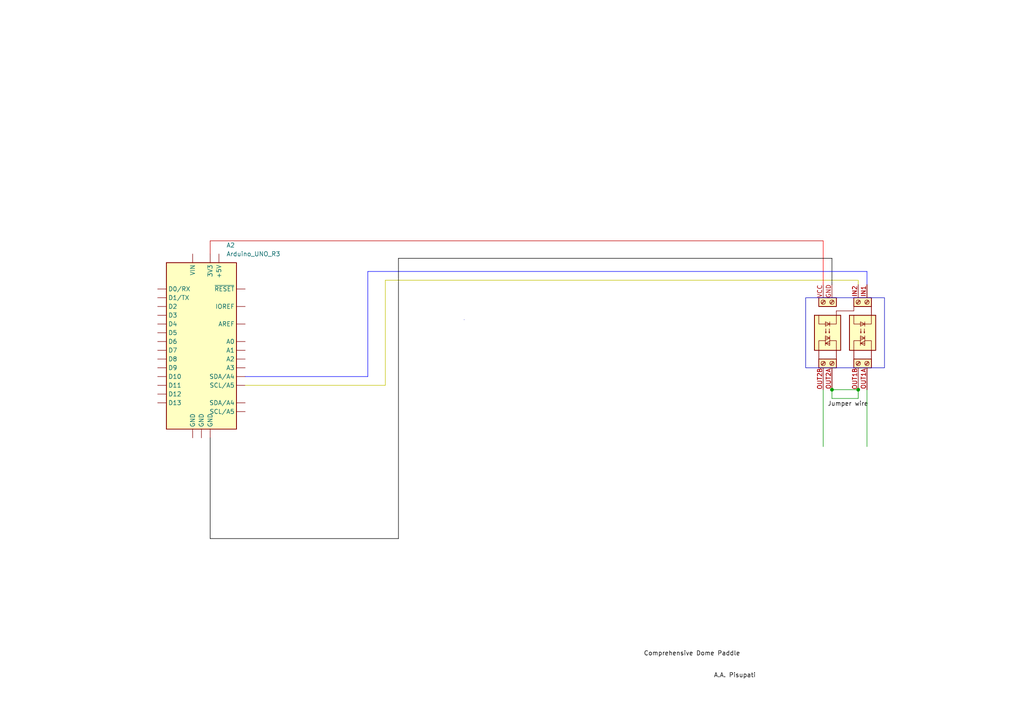
<source format=kicad_sch>
(kicad_sch (version 20250114) (generator "eeschema") (generator_version "9.0")
  (paper "A4")
  (lib_symbols
    (symbol "Arduino_UNO_R3_1" (pin_numbers (hide yes))
      (property "Reference" "A" (at -10.16 23.495 0))
      (property "Value" "Arduino_UNO_R3" (at 5.08 -26.67 0))
      (symbol "Arduino_UNO_R3_1_0_1"
        (rectangle (start -10.16 22.86) (end 10.16 -25.4) (stroke (width 0.254)) (fill (type background)))
      )
      (symbol "Arduino_UNO_R3_1_1_1"
        (pin bidirectional line (at -12.7 15.24 0) (length 2.54) (name "D0/RX") (number "15"))
        (pin bidirectional line (at -12.7 12.7 0) (length 2.54) (name "D1/TX") (number "16"))
        (pin bidirectional line (at -12.7 10.16 0) (length 2.54) (name "D2") (number "17"))
        (pin bidirectional line (at -12.7 7.62 0) (length 2.54) (name "D3") (number "18"))
        (pin bidirectional line (at -12.7 5.08 0) (length 2.54) (name "D4") (number "19"))
        (pin bidirectional line (at -12.7 2.54 0) (length 2.54) (name "D5") (number "20"))
        (pin bidirectional line (at -12.7 0 0) (length 2.54) (name "D6") (number "21"))
        (pin bidirectional line (at -12.7 -2.54 0) (length 2.54) (name "D7") (number "22"))
        (pin bidirectional line (at -12.7 -5.08 0) (length 2.54) (name "D8") (number "23"))
        (pin bidirectional line (at -12.7 -7.62 0) (length 2.54) (name "D9") (number "24"))
        (pin bidirectional line (at -12.7 -10.16 0) (length 2.54) (name "D10") (number "25"))
        (pin bidirectional line (at -12.7 -12.7 0) (length 2.54) (name "D11") (number "26"))
        (pin bidirectional line (at -12.7 -15.24 0) (length 2.54) (name "D12") (number "27"))
        (pin bidirectional line (at -12.7 -17.78 0) (length 2.54) (name "D13") (number "28"))
        (pin no_connect line (at -10.16 -20.32 0) (length 2.54) (hide yes) (name "NC") (number "1"))
        (pin power_in line (at -2.54 25.4 270) (length 2.54) (name "VIN") (number "8"))
        (pin power_in line (at -2.54 -27.94 90) (length 2.54) (name "GND") (number "29"))
        (pin power_in line (at 0 -27.94 90) (length 2.54) (name "GND") (number "6"))
        (pin power_out line (at 2.54 25.4 270) (length 2.54) (name "3V3") (number "4"))
        (pin power_in line (at 2.54 -27.94 90) (length 2.54) (name "GND") (number "7"))
        (pin power_out line (at 5.08 25.4 270) (length 2.54) (name "+5V") (number "5"))
        (pin input line (at 12.7 15.24 180) (length 2.54) (name "~{RESET}") (number "3"))
        (pin output line (at 12.7 10.16 180) (length 2.54) (name "IOREF") (number "2"))
        (pin input line (at 12.7 5.08 180) (length 2.54) (name "AREF") (number "30"))
        (pin bidirectional line (at 12.7 0 180) (length 2.54) (name "A0") (number "9"))
        (pin bidirectional line (at 12.7 -2.54 180) (length 2.54) (name "A1") (number "10"))
        (pin bidirectional line (at 12.7 -5.08 180) (length 2.54) (name "A2") (number "11"))
        (pin bidirectional line (at 12.7 -7.62 180) (length 2.54) (name "A3") (number "12"))
        (pin bidirectional line (at 12.7 -10.16 180) (length 2.54) (name "SDA/A4") (number "13"))
        (pin bidirectional line (at 12.7 -12.7 180) (length 2.54) (name "SCL/A5") (number "14"))
        (pin bidirectional line (at 12.7 -17.78 180) (length 2.54) (name "SDA/A4") (number "31"))
        (pin bidirectional line (at 12.7 -20.32 180) (length 2.54) (name "SCL/A5") (number "32"))
      )
    )
    (symbol "Connector:Screw_Terminal_01x02" (pin_names (offset 1.016) (hide yes))
      (symbol "Screw_Terminal_01x02_1_1"
        (rectangle (start -1.27 1.27) (end 1.27 -3.81) (stroke (width 0.254)) (fill (type background)))
        (polyline (pts (xy -0.5334 0.3302) (xy 0.3302 -0.508)) (stroke (width 0.1524)))
        (polyline (pts (xy -0.5334 -2.2098) (xy 0.3302 -3.048)) (stroke (width 0.1524)))
        (polyline (pts (xy -0.3556 0.508) (xy 0.508 -0.3302)) (stroke (width 0.1524)))
        (polyline (pts (xy -0.3556 -2.032) (xy 0.508 -2.8702)) (stroke (width 0.1524)))
        (circle (center 0 0) (radius 0.635) (stroke (width 0.1524)))
        (circle (center 0 -2.54) (radius 0.635) (stroke (width 0.1524)))
        (pin passive line (at -7.62 0 0) (length 6.35) (name "Output_1B") (number "OUT1B"))
        (pin passive line (at -7.62 -2.54 0) (length 6.35) (name "Output_1A") (number "OUT1A"))
      )
    )
    (symbol "Relay_SolidState:S102S01"
      (symbol "S102S01_0_1"
        (rectangle (start -5.08 3.81) (end 5.08 -3.81) (stroke (width 0.254)) (fill (type background)))
        (polyline (pts (xy -5.08 2.54) (xy -2.54 2.54) (xy -2.54 -2.54) (xy -5.08 -2.54)))
        (polyline (pts (xy -3.175 -0.635) (xy -1.905 -0.635)))
        (polyline (pts (xy -2.54 -0.635) (xy -3.175 0.635) (xy -1.905 0.635) (xy -2.54 -0.635)))
        (polyline (pts (xy -1.143 0.508) (xy 0.127 0.508) (xy -0.254 0.381) (xy -0.254 0.635) (xy 0.127 0.508)))
        (polyline (pts (xy -1.143 -0.508) (xy 0.127 -0.508) (xy -0.254 -0.635) (xy -0.254 -0.381) (xy 0.127 -0.508)))
        (polyline (pts (xy 0.889 -0.635) (xy 3.683 -0.635) (xy 3.048 0.635) (xy 2.413 -0.635)))
        (polyline (pts (xy 1.524 -0.635) (xy 1.524 0.635)))
        (polyline (pts (xy 2.286 0.635) (xy 2.286 2.54) (xy 5.08 2.54)))
        (polyline (pts (xy 2.286 -0.635) (xy 2.286 -2.54) (xy 5.08 -2.54)))
        (polyline (pts (xy 3.048 0.635) (xy 3.048 -0.635)))
        (polyline (pts (xy 3.683 0.635) (xy 0.889 0.635) (xy 1.524 -0.635) (xy 2.159 0.635)))
      )
      (symbol "S102S01_1_1"
        (pin passive line (at 7.62 2.54 180) (length 2.54) (name "~") (number ""))
        (pin passive line (at 7.62 -2.54 180) (length 2.54) (name "~") (number ""))
      )
    )
    (symbol "S102S01_1"
      (symbol "S102S01_1_0_1"
        (rectangle (start -5.08 3.81) (end 5.08 -3.81) (stroke (width 0.254)) (fill (type background)))
        (polyline (pts (xy -5.08 2.54) (xy -2.54 2.54) (xy -2.54 -2.54) (xy -5.08 -2.54)))
        (polyline (pts (xy -3.175 -0.635) (xy -1.905 -0.635)))
        (polyline (pts (xy -2.54 -0.635) (xy -3.175 0.635) (xy -1.905 0.635) (xy -2.54 -0.635)))
        (polyline (pts (xy -1.143 0.508) (xy 0.127 0.508) (xy -0.254 0.381) (xy -0.254 0.635) (xy 0.127 0.508)))
        (polyline (pts (xy -1.143 -0.508) (xy 0.127 -0.508) (xy -0.254 -0.635) (xy -0.254 -0.381) (xy 0.127 -0.508)))
        (polyline (pts (xy 0.889 -0.635) (xy 3.683 -0.635) (xy 3.048 0.635) (xy 2.413 -0.635)))
        (polyline (pts (xy 1.524 -0.635) (xy 1.524 0.635)))
        (polyline (pts (xy 2.286 0.635) (xy 2.286 2.54) (xy 5.08 2.54)))
        (polyline (pts (xy 2.286 -0.635) (xy 2.286 -2.54) (xy 5.08 -2.54)))
        (polyline (pts (xy 3.048 0.635) (xy 3.048 -0.635)))
        (polyline (pts (xy 3.683 0.635) (xy 0.889 0.635) (xy 1.524 -0.635) (xy 2.159 0.635)))
      )
      (symbol "S102S01_1_1_1"
        (pin passive line (at -7.62 -2.54 0) (length 2.54) (name "~") (number ""))
        (pin passive line (at 7.62 2.54 180) (length 2.54) (name "~") (number ""))
        (pin passive line (at 7.62 -2.54 180) (length 2.54) (name "~") (number ""))
      )
    )
    (symbol "Screw_Terminal_01x02_1" (pin_names (offset 1.016) (hide yes))
      (symbol "Screw_Terminal_01x02_1_1_1"
        (rectangle (start -1.27 1.27) (end 1.27 -3.81) (stroke (width 0.254)) (fill (type background)))
        (polyline (pts (xy -0.5334 0.3302) (xy 0.3302 -0.508)) (stroke (width 0.1524)))
        (polyline (pts (xy -0.5334 -2.2098) (xy 0.3302 -3.048)) (stroke (width 0.1524)))
        (polyline (pts (xy -0.3556 0.508) (xy 0.508 -0.3302)) (stroke (width 0.1524)))
        (polyline (pts (xy -0.3556 -2.032) (xy 0.508 -2.8702)) (stroke (width 0.1524)))
        (circle (center 0 0) (radius 0.635) (stroke (width 0.1524)))
        (circle (center 0 -2.54) (radius 0.635) (stroke (width 0.1524)))
        (pin passive line (at -5.08 0 0) (length 3.81) (name "Input_1") (number "IN1"))
        (pin passive line (at -5.08 -2.54 0) (length 3.81) (name "Input_2") (number "IN2"))
      )
    )
    (symbol "Screw_Terminal_01x02_2" (pin_names (offset 1.016) (hide yes))
      (symbol "Screw_Terminal_01x02_2_1_1"
        (rectangle (start -1.27 1.27) (end 1.27 -3.81) (stroke (width 0.254)) (fill (type background)))
        (polyline (pts (xy -0.5334 0.3302) (xy 0.3302 -0.508)) (stroke (width 0.1524)))
        (polyline (pts (xy -0.5334 -2.2098) (xy 0.3302 -3.048)) (stroke (width 0.1524)))
        (polyline (pts (xy -0.3556 0.508) (xy 0.508 -0.3302)) (stroke (width 0.1524)))
        (polyline (pts (xy -0.3556 -2.032) (xy 0.508 -2.8702)) (stroke (width 0.1524)))
        (circle (center 0 0) (radius 0.635) (stroke (width 0.1524)))
        (circle (center 0 -2.54) (radius 0.635) (stroke (width 0.1524)))
        (pin passive line (at -5.08 0 0) (length 3.81) (name "Ground") (number "GND"))
        (pin passive line (at -5.08 -2.54 0) (length 3.81) (name "Voltage") (number "VCC"))
      )
    )
    (symbol "Screw_Terminal_01x02_3" (pin_names (offset 1.016) (hide yes))
      (symbol "Screw_Terminal_01x02_3_1_1"
        (rectangle (start -1.27 1.27) (end 1.27 -3.81) (stroke (width 0.254)) (fill (type background)))
        (polyline (pts (xy -0.5334 0.3302) (xy 0.3302 -0.508)) (stroke (width 0.1524)))
        (polyline (pts (xy -0.5334 -2.2098) (xy 0.3302 -3.048)) (stroke (width 0.1524)))
        (polyline (pts (xy -0.3556 0.508) (xy 0.508 -0.3302)) (stroke (width 0.1524)))
        (polyline (pts (xy -0.3556 -2.032) (xy 0.508 -2.8702)) (stroke (width 0.1524)))
        (circle (center 0 0) (radius 0.635) (stroke (width 0.1524)))
        (circle (center 0 -2.54) (radius 0.635) (stroke (width 0.1524)))
        (pin passive line (at -7.62 0 0) (length 6.35) (name "Output_2B") (number "OUT2B"))
        (pin passive line (at -7.62 -2.54 0) (length 6.35) (name "Output_2A") (number "OUT2A"))
      )
    )
  )
  (rectangle (start 134.62 92.71) (end 134.62 92.71))
  (rectangle (start 233.68 86.36) (end 256.54 106.68))
  (junction (at 241.3 113.03))
  (junction (at 248.92 113.03))
  (wire (pts (xy 242.57 90.17) (xy 247.65 90.17)) (stroke (width 0) (color 132 0 0 1)))
  (wire (pts (xy 242.57 90.17) (xy 242.57 91.44)) (stroke (width 0) (color 132 0 0 1)))
  (wire (pts (xy 247.65 88.9) (xy 247.65 90.17)) (stroke (width 0) (color 132 0 0 1)))
  (wire (pts (xy 111.76 81.28) (xy 111.76 111.76)) (stroke (width 0) (color 194 194 0 1)))
  (wire (pts (xy 60.96 156.21) (xy 60.96 127)) (stroke (width 0) (color 0 0 0 1)))
  (wire (pts (xy 241.3 115.57) (xy 248.92 115.57)))
  (wire (pts (xy 251.46 78.74) (xy 106.68 78.74)) (stroke (width 0) (color 0 0 255 1)))
  (wire (pts (xy 238.76 113.03) (xy 238.76 129.54)))
  (wire (pts (xy 60.96 69.85) (xy 238.76 69.85)) (stroke (width 0) (color 194 0 0 1)))
  (wire (pts (xy 241.3 74.93) (xy 241.3 82.55)) (stroke (width 0) (color 0 0 0 1)))
  (wire (pts (xy 238.76 69.85) (xy 238.76 82.55)) (stroke (width 0) (color 255 0 0 1)))
  (wire (pts (xy 248.92 81.28) (xy 111.76 81.28)) (stroke (width 0) (color 194 194 0 1)))
  (wire (pts (xy 115.57 74.93) (xy 115.57 156.21)) (stroke (width 0) (color 0 0 0 1)))
  (wire (pts (xy 71.12 109.22) (xy 106.68 109.22)) (stroke (width 0) (color 0 0 255 1)))
  (wire (pts (xy 251.46 78.74) (xy 251.46 82.55)) (stroke (width 0) (color 0 0 255 1)))
  (wire (pts (xy 241.3 113.03) (xy 248.92 113.03)))
  (wire (pts (xy 251.46 113.03) (xy 251.46 129.54)))
  (wire (pts (xy 60.96 73.66) (xy 60.96 69.85)) (stroke (width 0) (color 194 0 0 1)))
  (wire (pts (xy 106.68 78.74) (xy 106.68 109.22)) (stroke (width 0) (color 0 0 255 1)))
  (wire (pts (xy 248.92 81.28) (xy 248.92 82.55)) (stroke (width 0) (color 194 194 0 1)))
  (wire (pts (xy 241.3 74.93) (xy 115.57 74.93)) (stroke (width 0) (color 0 0 0 1)))
  (wire (pts (xy 241.3 113.03) (xy 241.3 115.57)))
  (wire (pts (xy 248.92 115.57) (xy 248.92 113.03)))
  (wire (pts (xy 115.57 156.21) (xy 60.96 156.21)) (stroke (width 0) (color 0 0 0 1)))
  (wire (pts (xy 111.76 111.76) (xy 71.12 111.76)) (stroke (width 0) (color 194 194 0 1)))
  (label "A.A. Pisupati" (at 207.01 196.85 0))
  (label "Jumper wire" (at 240.03 118.11 0))
  (label "Comprehensive Dome Paddle" (at 186.69 190.5 0))
  (symbol (lib_name "Arduino_UNO_R3_1") (lib_id "MCU_Module:Arduino_UNO_R3") (at 58.42 99.06 0) (unit 1)
    (property "Reference" "A2" (at 65.6433 71.12 0) (effects (justify left)))
    (property "Value" "Arduino_UNO_R3" (at 65.6433 73.66 0) (effects (justify left)))
    (property "Footprint" "Module:Arduino_UNO_R3" (effects (hide yes)))
    (property "Datasheet" "https://www.arduino.cc/en/Main/arduinoBoardUno" (effects (hide yes)))
    (property "Description" "Arduino UNO Microcontroller Module, release 3" (effects (hide yes)))
  )
  (symbol (lib_name "S102S01_1") (lib_id "Relay_SolidState:S102S01") (at 250.19 96.52 90) (mirror x) (unit 1)
    (property "Reference" "U2" (effects (hide yes)))
    (property "Value" "S102S01" (effects (hide yes)))
    (property "Footprint" "Package_SIP:SIP4_Sharp-SSR_P7.62mm_Straight" (effects (hide yes)))
    (property "Datasheet" "http://www.sharp-world.com/products/device/lineup/data/pdf/datasheet/s102s01_e.pdf" (effects (hide yes)))
    (property "Description" "Random Phase Opto-Triac, Vdrm 400V, Ift 8mA, IT 8A" (effects (hide yes)))
  )
  (symbol (lib_name "Screw_Terminal_01x02_2") (lib_id "Connector:Screw_Terminal_01x02") (at 241.3 87.63 270) (unit 1)
    (property "Reference" "J1" (effects (hide yes)))
    (property "Value" "Screw_Terminal_01x02" (effects (hide yes)))
    (property "Description" "Generic screw terminal, single row, 01x02, script generated (kicad-library-utils/schlib/autogen/connector/)" (effects (hide yes)))
  )
  (symbol (lib_id "Relay_SolidState:S102S01") (at 240.03 96.52 90) (mirror x) (unit 1)
    (property "Reference" "U1" (effects (hide yes)))
    (property "Value" "S102S01" (effects (hide yes)))
    (property "Footprint" "Package_SIP:SIP4_Sharp-SSR_P7.62mm_Straight" (effects (hide yes)))
    (property "Datasheet" "http://www.sharp-world.com/products/device/lineup/data/pdf/datasheet/s102s01_e.pdf" (effects (hide yes)))
    (property "Description" "Random Phase Opto-Triac, Vdrm 400V, Ift 8mA, IT 8A" (effects (hide yes)))
  )
  (symbol (lib_name "Screw_Terminal_01x02_3") (lib_id "Connector:Screw_Terminal_01x02") (at 238.76 105.41 90) (unit 1)
    (property "Reference" "J3" (effects (hide yes)))
    (property "Value" "Screw_Terminal_01x02" (effects (hide yes)))
    (property "Description" "Generic screw terminal, single row, 01x02, script generated (kicad-library-utils/schlib/autogen/connector/)" (effects (hide yes)))
  )
  (symbol (lib_id "Connector:Screw_Terminal_01x02") (at 248.92 105.41 90) (unit 1)
    (property "Reference" "J4" (effects (hide yes)))
    (property "Value" "Screw_Terminal_01x02" (effects (hide yes)))
    (property "Description" "Generic screw terminal, single row, 01x02, script generated (kicad-library-utils/schlib/autogen/connector/)" (effects (hide yes)))
  )
  (symbol (lib_name "Screw_Terminal_01x02_1") (lib_id "Connector:Screw_Terminal_01x02") (at 251.46 87.63 270) (unit 1)
    (property "Reference" "J2" (effects (hide yes)))
    (property "Value" "Screw_Terminal_01x02" (effects (hide yes)))
    (property "Description" "Generic screw terminal, single row, 01x02, script generated (kicad-library-utils/schlib/autogen/connector/)" (effects (hide yes)))
  )
)
</source>
